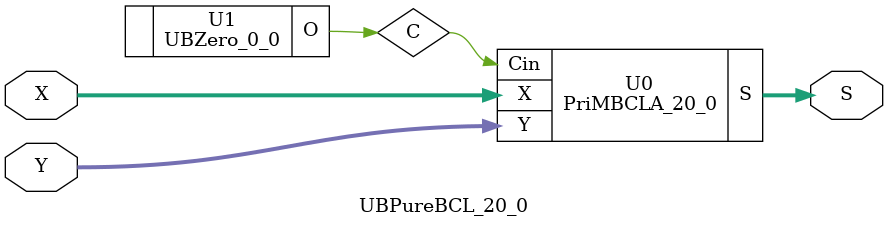
<source format=v>
/*----------------------------------------------------------------------------
  Copyright (c) 2021 Homma laboratory. All rights reserved.

  Top module: UBBCL_20_0_20_0

  Operand-1 length: 21
  Operand-2 length: 21
  Two-operand addition algorithm: Block carry look-ahead adder
----------------------------------------------------------------------------*/

module GPGenerator(Go, Po, A, B);
  output Go;
  output Po;
  input A;
  input B;
  assign Go = A & B;
  assign Po = A ^ B;
endmodule

module BCLAU_4(Go, Po, G, P, Cin);
  output Go;
  output Po;
  input Cin;
  input [3:0] G;
  input [3:0] P;
  assign Po = P[0] & P[1] & P[2] & P[3];
  assign Go = G[3] | ( P[3] & G[2] ) | ( P[3] & P[2] & G[1] ) | ( P[3] & P[2] & P[1] & G[0] );
endmodule

module BCLAlU_4(Go, Po, S, X, Y, Cin);
  output Go;
  output Po;
  output [3:0] S;
  input Cin;
  input [3:0] X;
  input [3:0] Y;
  wire [3:1] C;
  wire [3:0] G;
  wire [3:0] P;
  assign C[1] = G[0] | ( P[0] & Cin );
  assign C[2] = G[1] | ( P[1] & C[1] );
  assign C[3] = G[2] | ( P[2] & C[2] );
  assign S[0] = P[0] ^ Cin;
  assign S[1] = P[1] ^ C[1];
  assign S[2] = P[2] ^ C[2];
  assign S[3] = P[3] ^ C[3];
  GPGenerator U0 (G[0], P[0], X[0], Y[0]);
  GPGenerator U1 (G[1], P[1], X[1], Y[1]);
  GPGenerator U2 (G[2], P[2], X[2], Y[2]);
  GPGenerator U3 (G[3], P[3], X[3], Y[3]);
  BCLAU_4 U4 (Go, Po, G, P, Cin);
endmodule

module BCLAlU_1(Go, Po, S, X, Y, Cin);
  output Go;
  output Po;
  output S;
  input Cin;
  input X;
  input Y;
  wire W;
  assign S = W ^ Cin;
  assign Po = W;
  GPGenerator U0 (Go, W, X, Y);
endmodule

module BCLAU_2(Go, Po, G, P, Cin);
  output Go;
  output Po;
  input Cin;
  input [1:0] G;
  input [1:0] P;
  assign Po = P[0] & P[1];
  assign Go = G[1] | ( P[1] & G[0] );
endmodule

module PriMBCLA_20_0(S, X, Y, Cin);
  output [21:0] S;
  input Cin;
  input [20:0] X;
  input [20:0] Y;
  wire [5:0] C1;
  wire [1:0] C2;
  wire [5:0] G1;
  wire [1:0] G2;
  wire [5:0] P1;
  wire [1:0] P2;
  assign C1[0] = C2[0];
  assign C1[1] = G1[0] | ( P1[0] & C1[0] );
  assign C1[2] = G1[1] | ( P1[1] & C1[1] );
  assign C1[3] = G1[2] | ( P1[2] & C1[2] );
  assign C1[4] = C2[1];
  assign C1[5] = G1[4] | ( P1[4] & C1[4] );
  assign C2[0] = Cin;
  assign C2[1] = G2[0] | ( P2[0] & C2[0] );
  assign S[21] = G2[1] | ( P2[1] & C2[1] );
  BCLAlU_4 U0 (G1[0], P1[0], S[3:0], X[3:0], Y[3:0], C1[0]);
  BCLAlU_4 U1 (G1[1], P1[1], S[7:4], X[7:4], Y[7:4], C1[1]);
  BCLAlU_4 U2 (G1[2], P1[2], S[11:8], X[11:8], Y[11:8], C1[2]);
  BCLAlU_4 U3 (G1[3], P1[3], S[15:12], X[15:12], Y[15:12], C1[3]);
  BCLAlU_4 U4 (G1[4], P1[4], S[19:16], X[19:16], Y[19:16], C1[4]);
  BCLAlU_1 U5 (G1[5], P1[5], S[20], X[20], Y[20], C1[5]);
  BCLAU_4 U6 (G2[0], P2[0], G1[3:0], P1[3:0], C2[0]);
  BCLAU_2 U7 (G2[1], P2[1], G1[5:4], P1[5:4], C2[1]);
endmodule

module UBZero_0_0(O);
  output [0:0] O;
  assign O[0] = 0;
endmodule

module UBBCL_20_0_20_0 (S, X, Y);
  output [21:0] S;
  input [20:0] X;
  input [20:0] Y;
  UBPureBCL_20_0 U0 (S[21:0], X[20:0], Y[20:0]);
endmodule

module UBPureBCL_20_0 (S, X, Y);
  output [21:0] S;
  input [20:0] X;
  input [20:0] Y;
  wire C;
  PriMBCLA_20_0 U0 (S, X, Y, C);
  UBZero_0_0 U1 (C);
endmodule


</source>
